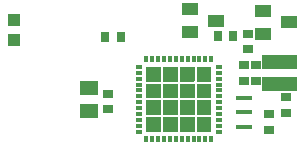
<source format=gbr>
G04 EAGLE Gerber RS-274X export*
G75*
%MOMM*%
%FSLAX34Y34*%
%LPD*%
%INSolderpaste Bottom*%
%IPPOS*%
%AMOC8*
5,1,8,0,0,1.08239X$1,22.5*%
G01*
%ADD10R,1.399997X0.400000*%
%ADD11R,0.700000X0.900000*%
%ADD12R,0.900000X0.700000*%
%ADD13R,1.100000X1.000000*%
%ADD14R,1.500000X1.300000*%
%ADD15R,1.400000X1.000000*%
%ADD16R,0.550000X0.300000*%
%ADD17R,0.300000X0.550000*%

G36*
X-13635Y173849D02*
X-13635Y173849D01*
X-13632Y173848D01*
X-13589Y173868D01*
X-13546Y173886D01*
X-13545Y173888D01*
X-13543Y173889D01*
X-13510Y173974D01*
X-13510Y186198D01*
X-13511Y186200D01*
X-13510Y186202D01*
X-13530Y186245D01*
X-13549Y186289D01*
X-13551Y186289D01*
X-13552Y186291D01*
X-13637Y186324D01*
X-25861Y186324D01*
X-25863Y186323D01*
X-25865Y186324D01*
X-25908Y186304D01*
X-25951Y186286D01*
X-25952Y186284D01*
X-25954Y186283D01*
X-25987Y186198D01*
X-25987Y173974D01*
X-25986Y173972D01*
X-25987Y173970D01*
X-25967Y173927D01*
X-25948Y173883D01*
X-25946Y173883D01*
X-25945Y173881D01*
X-25861Y173848D01*
X-13637Y173848D01*
X-13635Y173849D01*
G37*
G36*
X14814Y173849D02*
X14814Y173849D01*
X14816Y173848D01*
X14859Y173868D01*
X14902Y173886D01*
X14903Y173888D01*
X14905Y173889D01*
X14938Y173974D01*
X14938Y186198D01*
X14937Y186200D01*
X14938Y186202D01*
X14918Y186245D01*
X14899Y186289D01*
X14897Y186289D01*
X14896Y186291D01*
X14812Y186324D01*
X2588Y186324D01*
X2586Y186323D01*
X2583Y186324D01*
X2540Y186304D01*
X2497Y186286D01*
X2496Y186284D01*
X2494Y186283D01*
X2461Y186198D01*
X2461Y173974D01*
X2462Y173972D01*
X2461Y173970D01*
X2481Y173927D01*
X2500Y173883D01*
X2502Y173883D01*
X2503Y173881D01*
X2588Y173848D01*
X14812Y173848D01*
X14814Y173849D01*
G37*
G36*
X590Y173849D02*
X590Y173849D01*
X592Y173848D01*
X635Y173868D01*
X678Y173886D01*
X679Y173888D01*
X681Y173889D01*
X714Y173974D01*
X714Y186198D01*
X713Y186200D01*
X714Y186202D01*
X694Y186245D01*
X675Y186289D01*
X673Y186289D01*
X672Y186291D01*
X588Y186324D01*
X-11637Y186324D01*
X-11639Y186323D01*
X-11641Y186324D01*
X-11684Y186304D01*
X-11727Y186286D01*
X-11728Y186284D01*
X-11730Y186283D01*
X-11763Y186198D01*
X-11763Y173974D01*
X-11762Y173972D01*
X-11763Y173970D01*
X-11743Y173927D01*
X-11724Y173883D01*
X-11722Y173883D01*
X-11721Y173881D01*
X-11637Y173848D01*
X588Y173848D01*
X590Y173849D01*
G37*
G36*
X29038Y173849D02*
X29038Y173849D01*
X29040Y173848D01*
X29083Y173868D01*
X29126Y173886D01*
X29127Y173888D01*
X29129Y173889D01*
X29162Y173974D01*
X29162Y186198D01*
X29161Y186200D01*
X29162Y186202D01*
X29142Y186245D01*
X29123Y186289D01*
X29121Y186289D01*
X29120Y186291D01*
X29036Y186324D01*
X16812Y186324D01*
X16810Y186323D01*
X16807Y186324D01*
X16764Y186304D01*
X16721Y186286D01*
X16720Y186284D01*
X16718Y186283D01*
X16685Y186198D01*
X16685Y173974D01*
X16686Y173972D01*
X16685Y173970D01*
X16705Y173927D01*
X16724Y173883D01*
X16726Y173883D01*
X16727Y173881D01*
X16812Y173848D01*
X29036Y173848D01*
X29038Y173849D01*
G37*
G36*
X14814Y159625D02*
X14814Y159625D01*
X14816Y159624D01*
X14859Y159644D01*
X14902Y159662D01*
X14903Y159664D01*
X14905Y159665D01*
X14938Y159750D01*
X14938Y171974D01*
X14937Y171976D01*
X14938Y171978D01*
X14918Y172021D01*
X14899Y172065D01*
X14897Y172065D01*
X14896Y172067D01*
X14812Y172100D01*
X2588Y172100D01*
X2586Y172099D01*
X2583Y172100D01*
X2540Y172080D01*
X2497Y172062D01*
X2496Y172060D01*
X2494Y172059D01*
X2461Y171974D01*
X2461Y159750D01*
X2462Y159748D01*
X2461Y159746D01*
X2481Y159703D01*
X2500Y159659D01*
X2502Y159659D01*
X2503Y159657D01*
X2588Y159624D01*
X14812Y159624D01*
X14814Y159625D01*
G37*
G36*
X-13635Y159625D02*
X-13635Y159625D01*
X-13632Y159624D01*
X-13589Y159644D01*
X-13546Y159662D01*
X-13545Y159664D01*
X-13543Y159665D01*
X-13510Y159750D01*
X-13510Y171974D01*
X-13511Y171976D01*
X-13510Y171978D01*
X-13530Y172021D01*
X-13549Y172065D01*
X-13551Y172065D01*
X-13552Y172067D01*
X-13637Y172100D01*
X-25861Y172100D01*
X-25863Y172099D01*
X-25865Y172100D01*
X-25908Y172080D01*
X-25951Y172062D01*
X-25952Y172060D01*
X-25954Y172059D01*
X-25987Y171974D01*
X-25987Y159750D01*
X-25986Y159748D01*
X-25987Y159746D01*
X-25967Y159703D01*
X-25948Y159659D01*
X-25946Y159659D01*
X-25945Y159657D01*
X-25861Y159624D01*
X-13637Y159624D01*
X-13635Y159625D01*
G37*
G36*
X590Y159625D02*
X590Y159625D01*
X592Y159624D01*
X635Y159644D01*
X678Y159662D01*
X679Y159664D01*
X681Y159665D01*
X714Y159750D01*
X714Y171974D01*
X713Y171976D01*
X714Y171978D01*
X694Y172021D01*
X675Y172065D01*
X673Y172065D01*
X672Y172067D01*
X588Y172100D01*
X-11637Y172100D01*
X-11639Y172099D01*
X-11641Y172100D01*
X-11684Y172080D01*
X-11727Y172062D01*
X-11728Y172060D01*
X-11730Y172059D01*
X-11763Y171974D01*
X-11763Y159750D01*
X-11762Y159748D01*
X-11763Y159746D01*
X-11743Y159703D01*
X-11724Y159659D01*
X-11722Y159659D01*
X-11721Y159657D01*
X-11637Y159624D01*
X588Y159624D01*
X590Y159625D01*
G37*
G36*
X29038Y159625D02*
X29038Y159625D01*
X29040Y159624D01*
X29083Y159644D01*
X29126Y159662D01*
X29127Y159664D01*
X29129Y159665D01*
X29162Y159750D01*
X29162Y171974D01*
X29161Y171976D01*
X29162Y171978D01*
X29142Y172021D01*
X29123Y172065D01*
X29121Y172065D01*
X29120Y172067D01*
X29036Y172100D01*
X16812Y172100D01*
X16810Y172099D01*
X16807Y172100D01*
X16764Y172080D01*
X16721Y172062D01*
X16720Y172060D01*
X16718Y172059D01*
X16685Y171974D01*
X16685Y159750D01*
X16686Y159748D01*
X16685Y159746D01*
X16705Y159703D01*
X16724Y159659D01*
X16726Y159659D01*
X16727Y159657D01*
X16812Y159624D01*
X29036Y159624D01*
X29038Y159625D01*
G37*
G36*
X-13635Y145401D02*
X-13635Y145401D01*
X-13632Y145400D01*
X-13589Y145420D01*
X-13546Y145438D01*
X-13545Y145440D01*
X-13543Y145441D01*
X-13510Y145526D01*
X-13510Y157750D01*
X-13511Y157752D01*
X-13510Y157754D01*
X-13530Y157797D01*
X-13549Y157841D01*
X-13551Y157841D01*
X-13552Y157843D01*
X-13637Y157876D01*
X-25861Y157876D01*
X-25863Y157875D01*
X-25865Y157876D01*
X-25908Y157856D01*
X-25951Y157838D01*
X-25952Y157836D01*
X-25954Y157835D01*
X-25987Y157750D01*
X-25987Y145526D01*
X-25986Y145524D01*
X-25987Y145522D01*
X-25967Y145479D01*
X-25948Y145435D01*
X-25946Y145435D01*
X-25945Y145433D01*
X-25861Y145400D01*
X-13637Y145400D01*
X-13635Y145401D01*
G37*
G36*
X14814Y145401D02*
X14814Y145401D01*
X14816Y145400D01*
X14859Y145420D01*
X14902Y145438D01*
X14903Y145440D01*
X14905Y145441D01*
X14938Y145526D01*
X14938Y157750D01*
X14937Y157752D01*
X14938Y157754D01*
X14918Y157797D01*
X14899Y157841D01*
X14897Y157841D01*
X14896Y157843D01*
X14812Y157876D01*
X2588Y157876D01*
X2586Y157875D01*
X2583Y157876D01*
X2540Y157856D01*
X2497Y157838D01*
X2496Y157836D01*
X2494Y157835D01*
X2461Y157750D01*
X2461Y145526D01*
X2462Y145524D01*
X2461Y145522D01*
X2481Y145479D01*
X2500Y145435D01*
X2502Y145435D01*
X2503Y145433D01*
X2588Y145400D01*
X14812Y145400D01*
X14814Y145401D01*
G37*
G36*
X590Y145401D02*
X590Y145401D01*
X592Y145400D01*
X635Y145420D01*
X678Y145438D01*
X679Y145440D01*
X681Y145441D01*
X714Y145526D01*
X714Y157750D01*
X713Y157752D01*
X714Y157754D01*
X694Y157797D01*
X675Y157841D01*
X673Y157841D01*
X672Y157843D01*
X588Y157876D01*
X-11637Y157876D01*
X-11639Y157875D01*
X-11641Y157876D01*
X-11684Y157856D01*
X-11727Y157838D01*
X-11728Y157836D01*
X-11730Y157835D01*
X-11763Y157750D01*
X-11763Y145526D01*
X-11762Y145524D01*
X-11763Y145522D01*
X-11743Y145479D01*
X-11724Y145435D01*
X-11722Y145435D01*
X-11721Y145433D01*
X-11637Y145400D01*
X588Y145400D01*
X590Y145401D01*
G37*
G36*
X29038Y145401D02*
X29038Y145401D01*
X29040Y145400D01*
X29083Y145420D01*
X29126Y145438D01*
X29127Y145440D01*
X29129Y145441D01*
X29162Y145526D01*
X29162Y157750D01*
X29161Y157752D01*
X29162Y157754D01*
X29142Y157797D01*
X29123Y157841D01*
X29121Y157841D01*
X29120Y157843D01*
X29036Y157876D01*
X16812Y157876D01*
X16810Y157875D01*
X16807Y157876D01*
X16764Y157856D01*
X16721Y157838D01*
X16720Y157836D01*
X16718Y157835D01*
X16685Y157750D01*
X16685Y145526D01*
X16686Y145524D01*
X16685Y145522D01*
X16705Y145479D01*
X16724Y145435D01*
X16726Y145435D01*
X16727Y145433D01*
X16812Y145400D01*
X29036Y145400D01*
X29038Y145401D01*
G37*
G36*
X590Y131177D02*
X590Y131177D01*
X592Y131176D01*
X635Y131196D01*
X678Y131214D01*
X679Y131216D01*
X681Y131217D01*
X714Y131302D01*
X714Y143526D01*
X713Y143528D01*
X714Y143530D01*
X694Y143573D01*
X675Y143617D01*
X673Y143617D01*
X672Y143619D01*
X588Y143652D01*
X-11637Y143652D01*
X-11639Y143651D01*
X-11641Y143652D01*
X-11684Y143632D01*
X-11727Y143614D01*
X-11728Y143612D01*
X-11730Y143611D01*
X-11763Y143526D01*
X-11763Y131302D01*
X-11762Y131300D01*
X-11763Y131298D01*
X-11743Y131255D01*
X-11724Y131211D01*
X-11722Y131211D01*
X-11721Y131209D01*
X-11637Y131176D01*
X588Y131176D01*
X590Y131177D01*
G37*
G36*
X14814Y131177D02*
X14814Y131177D01*
X14816Y131176D01*
X14859Y131196D01*
X14902Y131214D01*
X14903Y131216D01*
X14905Y131217D01*
X14938Y131302D01*
X14938Y143526D01*
X14937Y143528D01*
X14938Y143530D01*
X14918Y143573D01*
X14899Y143617D01*
X14897Y143617D01*
X14896Y143619D01*
X14812Y143652D01*
X2588Y143652D01*
X2586Y143651D01*
X2583Y143652D01*
X2540Y143632D01*
X2497Y143614D01*
X2496Y143612D01*
X2494Y143611D01*
X2461Y143526D01*
X2461Y131302D01*
X2462Y131300D01*
X2461Y131298D01*
X2481Y131255D01*
X2500Y131211D01*
X2502Y131211D01*
X2503Y131209D01*
X2588Y131176D01*
X14812Y131176D01*
X14814Y131177D01*
G37*
G36*
X29038Y131177D02*
X29038Y131177D01*
X29040Y131176D01*
X29083Y131196D01*
X29126Y131214D01*
X29127Y131216D01*
X29129Y131217D01*
X29162Y131302D01*
X29162Y143526D01*
X29161Y143528D01*
X29162Y143530D01*
X29142Y143573D01*
X29123Y143617D01*
X29121Y143617D01*
X29120Y143619D01*
X29036Y143652D01*
X16812Y143652D01*
X16810Y143651D01*
X16807Y143652D01*
X16764Y143632D01*
X16721Y143614D01*
X16720Y143612D01*
X16718Y143611D01*
X16685Y143526D01*
X16685Y131302D01*
X16686Y131300D01*
X16685Y131298D01*
X16705Y131255D01*
X16724Y131211D01*
X16726Y131211D01*
X16727Y131209D01*
X16812Y131176D01*
X29036Y131176D01*
X29038Y131177D01*
G37*
G36*
X-13635Y131177D02*
X-13635Y131177D01*
X-13632Y131176D01*
X-13589Y131196D01*
X-13546Y131214D01*
X-13545Y131216D01*
X-13543Y131217D01*
X-13510Y131302D01*
X-13510Y143526D01*
X-13511Y143528D01*
X-13510Y143530D01*
X-13530Y143573D01*
X-13549Y143617D01*
X-13551Y143617D01*
X-13552Y143619D01*
X-13637Y143652D01*
X-25861Y143652D01*
X-25863Y143651D01*
X-25865Y143652D01*
X-25908Y143632D01*
X-25951Y143614D01*
X-25952Y143612D01*
X-25954Y143611D01*
X-25987Y143526D01*
X-25987Y131302D01*
X-25986Y131300D01*
X-25987Y131298D01*
X-25967Y131255D01*
X-25948Y131211D01*
X-25946Y131211D01*
X-25945Y131209D01*
X-25861Y131176D01*
X-13637Y131176D01*
X-13635Y131177D01*
G37*
D10*
X57150Y135638D03*
X57150Y147638D03*
X57150Y159637D03*
D11*
X47775Y212725D03*
X34775Y212725D03*
D12*
X60325Y201463D03*
X60325Y214463D03*
D11*
X-60475Y211138D03*
X-47475Y211138D03*
D13*
X-138113Y208988D03*
X-138113Y225988D03*
D12*
X92075Y160488D03*
X92075Y147488D03*
X77788Y133200D03*
X77788Y146200D03*
X57150Y187475D03*
X57150Y174475D03*
X66675Y187475D03*
X66675Y174475D03*
X-58738Y163663D03*
X-58738Y150663D03*
D14*
X79375Y190475D03*
X79375Y171475D03*
X93663Y190475D03*
X93663Y171475D03*
X-74613Y168250D03*
X-74613Y149250D03*
D15*
X33225Y225425D03*
X11225Y234925D03*
X11225Y215925D03*
X95138Y223838D03*
X73138Y233338D03*
X73138Y214338D03*
D16*
X35388Y186257D03*
X35388Y181256D03*
X35388Y176254D03*
X35388Y171253D03*
X35388Y166252D03*
X35388Y161251D03*
X35388Y156249D03*
X35388Y151248D03*
X35388Y146247D03*
X35388Y141246D03*
X35388Y136244D03*
X35388Y131243D03*
D17*
X29095Y124950D03*
X24094Y124950D03*
X19092Y124950D03*
X14091Y124950D03*
X9090Y124950D03*
X4089Y124950D03*
X-914Y124950D03*
X-5915Y124950D03*
X-10916Y124950D03*
X-15917Y124950D03*
X-20919Y124950D03*
X-25920Y124950D03*
D16*
X-32213Y131243D03*
X-32213Y136244D03*
X-32213Y141246D03*
X-32213Y146247D03*
X-32213Y151248D03*
X-32213Y156249D03*
X-32213Y161251D03*
X-32213Y166252D03*
X-32213Y171253D03*
X-32213Y176254D03*
X-32213Y181256D03*
X-32213Y186257D03*
D17*
X-25920Y192550D03*
X-20919Y192550D03*
X-15917Y192550D03*
X-10916Y192550D03*
X-5915Y192550D03*
X-914Y192550D03*
X4089Y192550D03*
X9090Y192550D03*
X14091Y192550D03*
X19092Y192550D03*
X24094Y192550D03*
X29095Y192550D03*
M02*

</source>
